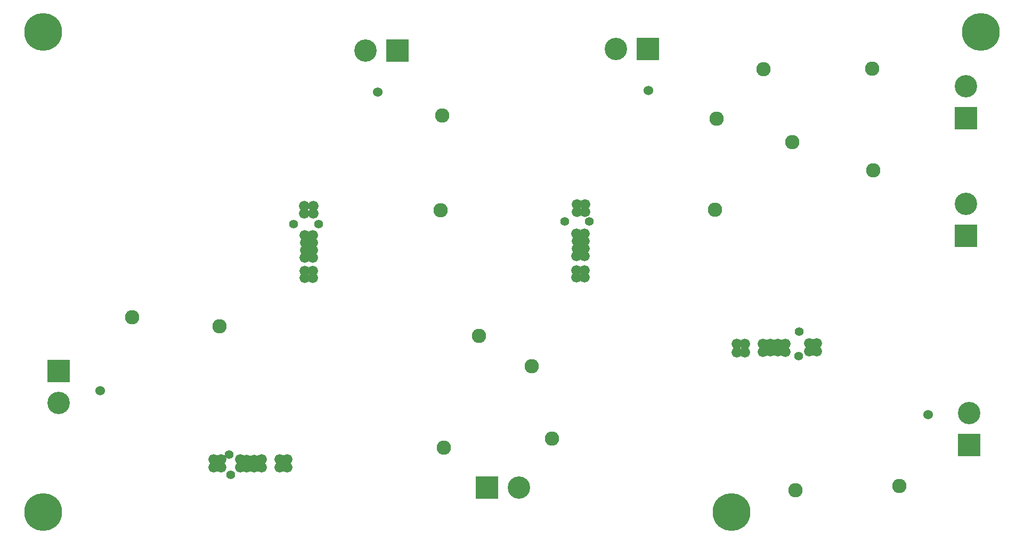
<source format=gbs>
G04 Layer_Color=8150272*
%FSLAX25Y25*%
%MOIN*%
G70*
G01*
G75*
%ADD100C,0.14000*%
%ADD101R,0.14000X0.14000*%
%ADD102R,0.14000X0.14000*%
%ADD103C,0.05500*%
%ADD104C,0.09000*%
%ADD105C,0.06000*%
%ADD106C,0.06600*%
%ADD107C,0.23685*%
%ADD108C,0.06598*%
D100*
X146000Y194500D02*
D03*
X715500Y188000D02*
D03*
X494500Y416000D02*
D03*
X338000Y415000D02*
D03*
X713500Y392626D02*
D03*
Y319000D02*
D03*
X434000Y141500D02*
D03*
D101*
X146000Y214500D02*
D03*
X715500Y168000D02*
D03*
X713500Y372626D02*
D03*
Y299000D02*
D03*
D102*
X514500Y416000D02*
D03*
X358000Y415000D02*
D03*
X414000Y141500D02*
D03*
D103*
X252500Y162000D02*
D03*
X608996Y223863D02*
D03*
X609119Y239075D02*
D03*
X253560Y149500D02*
D03*
X462500Y308000D02*
D03*
X308500Y306500D02*
D03*
X293000D02*
D03*
X478000Y308000D02*
D03*
D104*
X607012Y139768D02*
D03*
X385000Y315000D02*
D03*
X655000Y403626D02*
D03*
X655500Y340000D02*
D03*
X605000Y357850D02*
D03*
X587000Y403500D02*
D03*
X454500Y172000D02*
D03*
X442000Y217500D02*
D03*
X387000Y166500D02*
D03*
X409000Y236500D02*
D03*
X386000Y374500D02*
D03*
X192000Y248000D02*
D03*
X246500Y242500D02*
D03*
X557500Y372500D02*
D03*
X556500Y315500D02*
D03*
X672000Y142500D02*
D03*
D105*
X690000Y187000D02*
D03*
X172000Y202000D02*
D03*
X515000Y390000D02*
D03*
X345500Y389000D02*
D03*
D106*
X259500Y154000D02*
D03*
Y159000D02*
D03*
X273000D02*
D03*
Y154000D02*
D03*
X284354Y154120D02*
D03*
Y159120D02*
D03*
X247412Y159000D02*
D03*
Y154000D02*
D03*
X242912Y159000D02*
D03*
Y154000D02*
D03*
X288854Y154120D02*
D03*
Y159120D02*
D03*
X586500Y231500D02*
D03*
Y226500D02*
D03*
X600500D02*
D03*
Y231500D02*
D03*
X575233D02*
D03*
Y226000D02*
D03*
X570233Y231500D02*
D03*
Y226000D02*
D03*
X615613Y231911D02*
D03*
Y226911D02*
D03*
X620113D02*
D03*
Y231911D02*
D03*
X470000Y286500D02*
D03*
X475000D02*
D03*
Y300500D02*
D03*
X470000D02*
D03*
X470075Y314141D02*
D03*
X475075D02*
D03*
Y318641D02*
D03*
X470075D02*
D03*
X469845Y277504D02*
D03*
X474846D02*
D03*
X469845Y273004D02*
D03*
X474846D02*
D03*
X300000Y285500D02*
D03*
Y299500D02*
D03*
X305000D02*
D03*
Y285500D02*
D03*
X305041Y277233D02*
D03*
X300041D02*
D03*
Y272733D02*
D03*
X305041D02*
D03*
X305068Y313210D02*
D03*
X299568D02*
D03*
Y317710D02*
D03*
X305068D02*
D03*
D107*
X136316Y126036D02*
D03*
Y426824D02*
D03*
X722930D02*
D03*
X567025Y126036D02*
D03*
D108*
X300138Y294862D02*
D03*
X304862D02*
D03*
Y290138D02*
D03*
X300138D02*
D03*
X595862Y231362D02*
D03*
Y226638D02*
D03*
X591138D02*
D03*
Y231362D02*
D03*
X470138Y295862D02*
D03*
X474862D02*
D03*
Y291138D02*
D03*
X470138D02*
D03*
X263638Y154138D02*
D03*
Y158862D02*
D03*
X268362D02*
D03*
Y154138D02*
D03*
M02*

</source>
